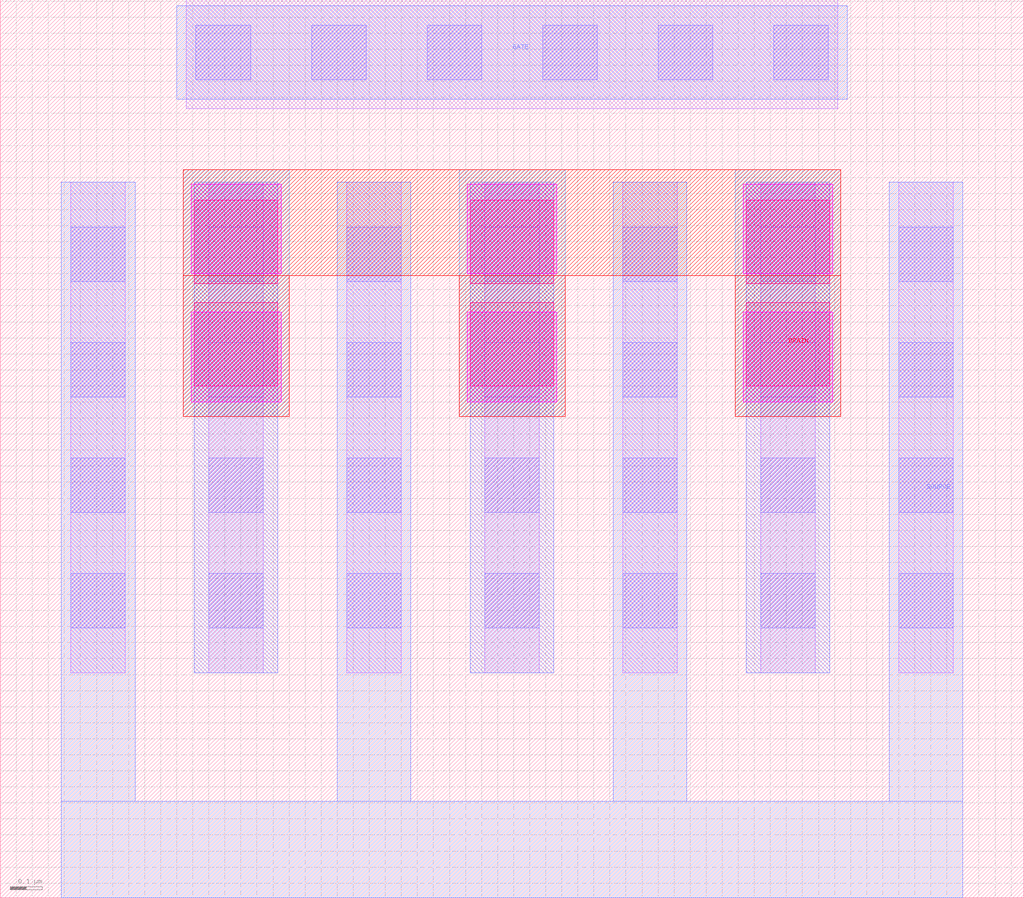
<source format=lef>
# Copyright 2020 The SkyWater PDK Authors
#
# Licensed under the Apache License, Version 2.0 (the "License");
# you may not use this file except in compliance with the License.
# You may obtain a copy of the License at
#
#     https://www.apache.org/licenses/LICENSE-2.0
#
# Unless required by applicable law or agreed to in writing, software
# distributed under the License is distributed on an "AS IS" BASIS,
# WITHOUT WARRANTIES OR CONDITIONS OF ANY KIND, either express or implied.
# See the License for the specific language governing permissions and
# limitations under the License.
#
# SPDX-License-Identifier: Apache-2.0

VERSION 5.7 ;
  NOWIREEXTENSIONATPIN ON ;
  DIVIDERCHAR "/" ;
  BUSBITCHARS "[]" ;
MACRO sky130_fd_pr__rf_pfet_01v8_aF06W1p68L0p15
  CLASS BLOCK ;
  FOREIGN sky130_fd_pr__rf_pfet_01v8_aF06W1p68L0p15 ;
  ORIGIN  0.000000  0.445000 ;
  SIZE  3.190000 BY  2.800000 ;
  PIN DRAIN
    ANTENNADIFFAREA  1.411200 ;
    PORT
      LAYER met3 ;
        RECT 0.570000 1.055000 0.900000 1.495000 ;
        RECT 0.570000 1.495000 2.620000 1.825000 ;
        RECT 1.430000 1.055000 1.760000 1.495000 ;
        RECT 2.290000 1.055000 2.620000 1.495000 ;
    END
  END DRAIN
  PIN GATE
    ANTENNAGATEAREA  1.512000 ;
    PORT
      LAYER met1 ;
        RECT 0.550000 2.045000 2.640000 2.335000 ;
    END
  END GATE
  PIN SOURCE
    ANTENNADIFFAREA  1.831200 ;
    PORT
      LAYER met1 ;
        RECT 0.190000 -0.445000 3.000000 -0.145000 ;
        RECT 0.190000 -0.145000 0.420000  1.785000 ;
        RECT 1.050000 -0.145000 1.280000  1.785000 ;
        RECT 1.910000 -0.145000 2.140000  1.785000 ;
        RECT 2.770000 -0.145000 3.000000  1.785000 ;
    END
  END SOURCE
  OBS
    LAYER li1 ;
      RECT 0.220000 0.255000 0.390000 1.785000 ;
      RECT 0.580000 2.015000 2.610000 2.355000 ;
      RECT 0.650000 0.255000 0.820000 1.785000 ;
      RECT 1.080000 0.255000 1.250000 1.785000 ;
      RECT 1.510000 0.255000 1.680000 1.785000 ;
      RECT 1.940000 0.255000 2.110000 1.785000 ;
      RECT 2.370000 0.255000 2.540000 1.785000 ;
      RECT 2.800000 0.255000 2.970000 1.785000 ;
    LAYER mcon ;
      RECT 0.220000 0.395000 0.390000 0.565000 ;
      RECT 0.220000 0.755000 0.390000 0.925000 ;
      RECT 0.220000 1.115000 0.390000 1.285000 ;
      RECT 0.220000 1.475000 0.390000 1.645000 ;
      RECT 0.610000 2.105000 0.780000 2.275000 ;
      RECT 0.650000 0.395000 0.820000 0.565000 ;
      RECT 0.650000 0.755000 0.820000 0.925000 ;
      RECT 0.650000 1.115000 0.820000 1.285000 ;
      RECT 0.650000 1.475000 0.820000 1.645000 ;
      RECT 0.970000 2.105000 1.140000 2.275000 ;
      RECT 1.080000 0.395000 1.250000 0.565000 ;
      RECT 1.080000 0.755000 1.250000 0.925000 ;
      RECT 1.080000 1.115000 1.250000 1.285000 ;
      RECT 1.080000 1.475000 1.250000 1.645000 ;
      RECT 1.330000 2.105000 1.500000 2.275000 ;
      RECT 1.510000 0.395000 1.680000 0.565000 ;
      RECT 1.510000 0.755000 1.680000 0.925000 ;
      RECT 1.510000 1.115000 1.680000 1.285000 ;
      RECT 1.510000 1.475000 1.680000 1.645000 ;
      RECT 1.690000 2.105000 1.860000 2.275000 ;
      RECT 1.940000 0.395000 2.110000 0.565000 ;
      RECT 1.940000 0.755000 2.110000 0.925000 ;
      RECT 1.940000 1.115000 2.110000 1.285000 ;
      RECT 1.940000 1.475000 2.110000 1.645000 ;
      RECT 2.050000 2.105000 2.220000 2.275000 ;
      RECT 2.370000 0.395000 2.540000 0.565000 ;
      RECT 2.370000 0.755000 2.540000 0.925000 ;
      RECT 2.370000 1.115000 2.540000 1.285000 ;
      RECT 2.370000 1.475000 2.540000 1.645000 ;
      RECT 2.410000 2.105000 2.580000 2.275000 ;
      RECT 2.800000 0.395000 2.970000 0.565000 ;
      RECT 2.800000 0.755000 2.970000 0.925000 ;
      RECT 2.800000 1.115000 2.970000 1.285000 ;
      RECT 2.800000 1.475000 2.970000 1.645000 ;
    LAYER met1 ;
      RECT 0.605000 0.255000 0.865000 1.785000 ;
      RECT 1.465000 0.255000 1.725000 1.785000 ;
      RECT 2.325000 0.255000 2.585000 1.785000 ;
    LAYER met2 ;
      RECT 0.570000 1.055000 0.900000 1.825000 ;
      RECT 1.430000 1.055000 1.760000 1.825000 ;
      RECT 2.290000 1.055000 2.620000 1.825000 ;
    LAYER via ;
      RECT 0.605000 1.150000 0.865000 1.410000 ;
      RECT 0.605000 1.470000 0.865000 1.730000 ;
      RECT 1.465000 1.150000 1.725000 1.410000 ;
      RECT 1.465000 1.470000 1.725000 1.730000 ;
      RECT 2.325000 1.150000 2.585000 1.410000 ;
      RECT 2.325000 1.470000 2.585000 1.730000 ;
    LAYER via2 ;
      RECT 0.595000 1.100000 0.875000 1.380000 ;
      RECT 0.595000 1.500000 0.875000 1.780000 ;
      RECT 1.455000 1.100000 1.735000 1.380000 ;
      RECT 1.455000 1.500000 1.735000 1.780000 ;
      RECT 2.315000 1.100000 2.595000 1.380000 ;
      RECT 2.315000 1.500000 2.595000 1.780000 ;
  END
END sky130_fd_pr__rf_pfet_01v8_aF06W1p68L0p15
END LIBRARY

</source>
